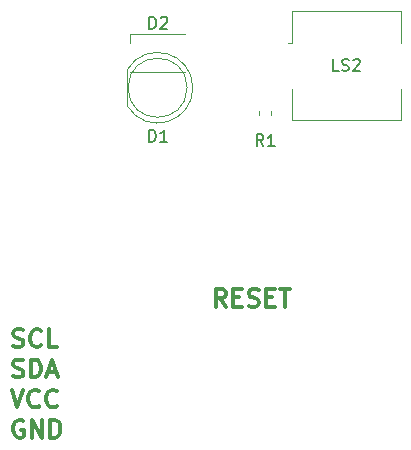
<source format=gbr>
G04 #@! TF.GenerationSoftware,KiCad,Pcbnew,(5.1.5-0-10_14)*
G04 #@! TF.CreationDate,2020-08-25T13:21:11+01:00*
G04 #@! TF.ProjectId,or2_reader,6f72325f-7265-4616-9465-722e6b696361,rev?*
G04 #@! TF.SameCoordinates,Original*
G04 #@! TF.FileFunction,Legend,Top*
G04 #@! TF.FilePolarity,Positive*
%FSLAX46Y46*%
G04 Gerber Fmt 4.6, Leading zero omitted, Abs format (unit mm)*
G04 Created by KiCad (PCBNEW (5.1.5-0-10_14)) date 2020-08-25 13:21:11*
%MOMM*%
%LPD*%
G04 APERTURE LIST*
%ADD10C,0.300000*%
%ADD11C,0.120000*%
%ADD12C,0.150000*%
G04 APERTURE END LIST*
D10*
X152545528Y-102697671D02*
X152045528Y-101983385D01*
X151688385Y-102697671D02*
X151688385Y-101197671D01*
X152259814Y-101197671D01*
X152402671Y-101269100D01*
X152474100Y-101340528D01*
X152545528Y-101483385D01*
X152545528Y-101697671D01*
X152474100Y-101840528D01*
X152402671Y-101911957D01*
X152259814Y-101983385D01*
X151688385Y-101983385D01*
X153188385Y-101911957D02*
X153688385Y-101911957D01*
X153902671Y-102697671D02*
X153188385Y-102697671D01*
X153188385Y-101197671D01*
X153902671Y-101197671D01*
X154474100Y-102626242D02*
X154688385Y-102697671D01*
X155045528Y-102697671D01*
X155188385Y-102626242D01*
X155259814Y-102554814D01*
X155331242Y-102411957D01*
X155331242Y-102269100D01*
X155259814Y-102126242D01*
X155188385Y-102054814D01*
X155045528Y-101983385D01*
X154759814Y-101911957D01*
X154616957Y-101840528D01*
X154545528Y-101769100D01*
X154474100Y-101626242D01*
X154474100Y-101483385D01*
X154545528Y-101340528D01*
X154616957Y-101269100D01*
X154759814Y-101197671D01*
X155116957Y-101197671D01*
X155331242Y-101269100D01*
X155974100Y-101911957D02*
X156474100Y-101911957D01*
X156688385Y-102697671D02*
X155974100Y-102697671D01*
X155974100Y-101197671D01*
X156688385Y-101197671D01*
X157116957Y-101197671D02*
X157974100Y-101197671D01*
X157545528Y-102697671D02*
X157545528Y-101197671D01*
X134541914Y-106052942D02*
X134756200Y-106124371D01*
X135113342Y-106124371D01*
X135256200Y-106052942D01*
X135327628Y-105981514D01*
X135399057Y-105838657D01*
X135399057Y-105695800D01*
X135327628Y-105552942D01*
X135256200Y-105481514D01*
X135113342Y-105410085D01*
X134827628Y-105338657D01*
X134684771Y-105267228D01*
X134613342Y-105195800D01*
X134541914Y-105052942D01*
X134541914Y-104910085D01*
X134613342Y-104767228D01*
X134684771Y-104695800D01*
X134827628Y-104624371D01*
X135184771Y-104624371D01*
X135399057Y-104695800D01*
X136899057Y-105981514D02*
X136827628Y-106052942D01*
X136613342Y-106124371D01*
X136470485Y-106124371D01*
X136256200Y-106052942D01*
X136113342Y-105910085D01*
X136041914Y-105767228D01*
X135970485Y-105481514D01*
X135970485Y-105267228D01*
X136041914Y-104981514D01*
X136113342Y-104838657D01*
X136256200Y-104695800D01*
X136470485Y-104624371D01*
X136613342Y-104624371D01*
X136827628Y-104695800D01*
X136899057Y-104767228D01*
X138256200Y-106124371D02*
X137541914Y-106124371D01*
X137541914Y-104624371D01*
X134541914Y-108602942D02*
X134756200Y-108674371D01*
X135113342Y-108674371D01*
X135256200Y-108602942D01*
X135327628Y-108531514D01*
X135399057Y-108388657D01*
X135399057Y-108245800D01*
X135327628Y-108102942D01*
X135256200Y-108031514D01*
X135113342Y-107960085D01*
X134827628Y-107888657D01*
X134684771Y-107817228D01*
X134613342Y-107745800D01*
X134541914Y-107602942D01*
X134541914Y-107460085D01*
X134613342Y-107317228D01*
X134684771Y-107245800D01*
X134827628Y-107174371D01*
X135184771Y-107174371D01*
X135399057Y-107245800D01*
X136041914Y-108674371D02*
X136041914Y-107174371D01*
X136399057Y-107174371D01*
X136613342Y-107245800D01*
X136756200Y-107388657D01*
X136827628Y-107531514D01*
X136899057Y-107817228D01*
X136899057Y-108031514D01*
X136827628Y-108317228D01*
X136756200Y-108460085D01*
X136613342Y-108602942D01*
X136399057Y-108674371D01*
X136041914Y-108674371D01*
X137470485Y-108245800D02*
X138184771Y-108245800D01*
X137327628Y-108674371D02*
X137827628Y-107174371D01*
X138327628Y-108674371D01*
X134399057Y-109724371D02*
X134899057Y-111224371D01*
X135399057Y-109724371D01*
X136756200Y-111081514D02*
X136684771Y-111152942D01*
X136470485Y-111224371D01*
X136327628Y-111224371D01*
X136113342Y-111152942D01*
X135970485Y-111010085D01*
X135899057Y-110867228D01*
X135827628Y-110581514D01*
X135827628Y-110367228D01*
X135899057Y-110081514D01*
X135970485Y-109938657D01*
X136113342Y-109795800D01*
X136327628Y-109724371D01*
X136470485Y-109724371D01*
X136684771Y-109795800D01*
X136756200Y-109867228D01*
X138256200Y-111081514D02*
X138184771Y-111152942D01*
X137970485Y-111224371D01*
X137827628Y-111224371D01*
X137613342Y-111152942D01*
X137470485Y-111010085D01*
X137399057Y-110867228D01*
X137327628Y-110581514D01*
X137327628Y-110367228D01*
X137399057Y-110081514D01*
X137470485Y-109938657D01*
X137613342Y-109795800D01*
X137827628Y-109724371D01*
X137970485Y-109724371D01*
X138184771Y-109795800D01*
X138256200Y-109867228D01*
X135399057Y-112345800D02*
X135256200Y-112274371D01*
X135041914Y-112274371D01*
X134827628Y-112345800D01*
X134684771Y-112488657D01*
X134613342Y-112631514D01*
X134541914Y-112917228D01*
X134541914Y-113131514D01*
X134613342Y-113417228D01*
X134684771Y-113560085D01*
X134827628Y-113702942D01*
X135041914Y-113774371D01*
X135184771Y-113774371D01*
X135399057Y-113702942D01*
X135470485Y-113631514D01*
X135470485Y-113131514D01*
X135184771Y-113131514D01*
X136113342Y-113774371D02*
X136113342Y-112274371D01*
X136970485Y-113774371D01*
X136970485Y-112274371D01*
X137684771Y-113774371D02*
X137684771Y-112274371D01*
X138041914Y-112274371D01*
X138256200Y-112345800D01*
X138399057Y-112488657D01*
X138470485Y-112631514D01*
X138541914Y-112917228D01*
X138541914Y-113131514D01*
X138470485Y-113417228D01*
X138399057Y-113560085D01*
X138256200Y-113702942D01*
X138041914Y-113774371D01*
X137684771Y-113774371D01*
D11*
X144408400Y-79613200D02*
X144408400Y-80413200D01*
X149058400Y-79613200D02*
X144408400Y-79613200D01*
X149058400Y-82813200D02*
X144408400Y-82813200D01*
X155319000Y-86108221D02*
X155319000Y-86433779D01*
X156339000Y-86108221D02*
X156339000Y-86433779D01*
X158121700Y-80336000D02*
X158121700Y-77686000D01*
X158121700Y-77686000D02*
X167341700Y-77686000D01*
X167341700Y-77686000D02*
X167341700Y-80336000D01*
X167341700Y-84256000D02*
X167341700Y-86906000D01*
X167341700Y-86906000D02*
X158121700Y-86906000D01*
X158121700Y-86906000D02*
X158121700Y-84256000D01*
X158121700Y-80336000D02*
X157791700Y-80336000D01*
X144199000Y-82614600D02*
X144199000Y-85704600D01*
X149259000Y-84159600D02*
G75*
G03X149259000Y-84159600I-2500000J0D01*
G01*
X149749000Y-84159138D02*
G75*
G02X144199000Y-85704430I-2990000J-462D01*
G01*
X149749000Y-84160062D02*
G75*
G03X144199000Y-82614770I-2990000J462D01*
G01*
D12*
X146070304Y-79165580D02*
X146070304Y-78165580D01*
X146308400Y-78165580D01*
X146451257Y-78213200D01*
X146546495Y-78308438D01*
X146594114Y-78403676D01*
X146641733Y-78594152D01*
X146641733Y-78737009D01*
X146594114Y-78927485D01*
X146546495Y-79022723D01*
X146451257Y-79117961D01*
X146308400Y-79165580D01*
X146070304Y-79165580D01*
X147022685Y-78260819D02*
X147070304Y-78213200D01*
X147165542Y-78165580D01*
X147403638Y-78165580D01*
X147498876Y-78213200D01*
X147546495Y-78260819D01*
X147594114Y-78356057D01*
X147594114Y-78451295D01*
X147546495Y-78594152D01*
X146975066Y-79165580D01*
X147594114Y-79165580D01*
X155725833Y-89098180D02*
X155392500Y-88621990D01*
X155154404Y-89098180D02*
X155154404Y-88098180D01*
X155535357Y-88098180D01*
X155630595Y-88145800D01*
X155678214Y-88193419D01*
X155725833Y-88288657D01*
X155725833Y-88431514D01*
X155678214Y-88526752D01*
X155630595Y-88574371D01*
X155535357Y-88621990D01*
X155154404Y-88621990D01*
X156678214Y-89098180D02*
X156106785Y-89098180D01*
X156392500Y-89098180D02*
X156392500Y-88098180D01*
X156297261Y-88241038D01*
X156202023Y-88336276D01*
X156106785Y-88383895D01*
X162088842Y-82735680D02*
X161612652Y-82735680D01*
X161612652Y-81735680D01*
X162374557Y-82688061D02*
X162517414Y-82735680D01*
X162755509Y-82735680D01*
X162850747Y-82688061D01*
X162898366Y-82640442D01*
X162945985Y-82545204D01*
X162945985Y-82449966D01*
X162898366Y-82354728D01*
X162850747Y-82307109D01*
X162755509Y-82259490D01*
X162565033Y-82211871D01*
X162469795Y-82164252D01*
X162422176Y-82116633D01*
X162374557Y-82021395D01*
X162374557Y-81926157D01*
X162422176Y-81830919D01*
X162469795Y-81783300D01*
X162565033Y-81735680D01*
X162803128Y-81735680D01*
X162945985Y-81783300D01*
X163326938Y-81830919D02*
X163374557Y-81783300D01*
X163469795Y-81735680D01*
X163707890Y-81735680D01*
X163803128Y-81783300D01*
X163850747Y-81830919D01*
X163898366Y-81926157D01*
X163898366Y-82021395D01*
X163850747Y-82164252D01*
X163279319Y-82735680D01*
X163898366Y-82735680D01*
X146035804Y-88730080D02*
X146035804Y-87730080D01*
X146273900Y-87730080D01*
X146416757Y-87777700D01*
X146511995Y-87872938D01*
X146559614Y-87968176D01*
X146607233Y-88158652D01*
X146607233Y-88301509D01*
X146559614Y-88491985D01*
X146511995Y-88587223D01*
X146416757Y-88682461D01*
X146273900Y-88730080D01*
X146035804Y-88730080D01*
X147559614Y-88730080D02*
X146988185Y-88730080D01*
X147273900Y-88730080D02*
X147273900Y-87730080D01*
X147178661Y-87872938D01*
X147083423Y-87968176D01*
X146988185Y-88015795D01*
M02*

</source>
